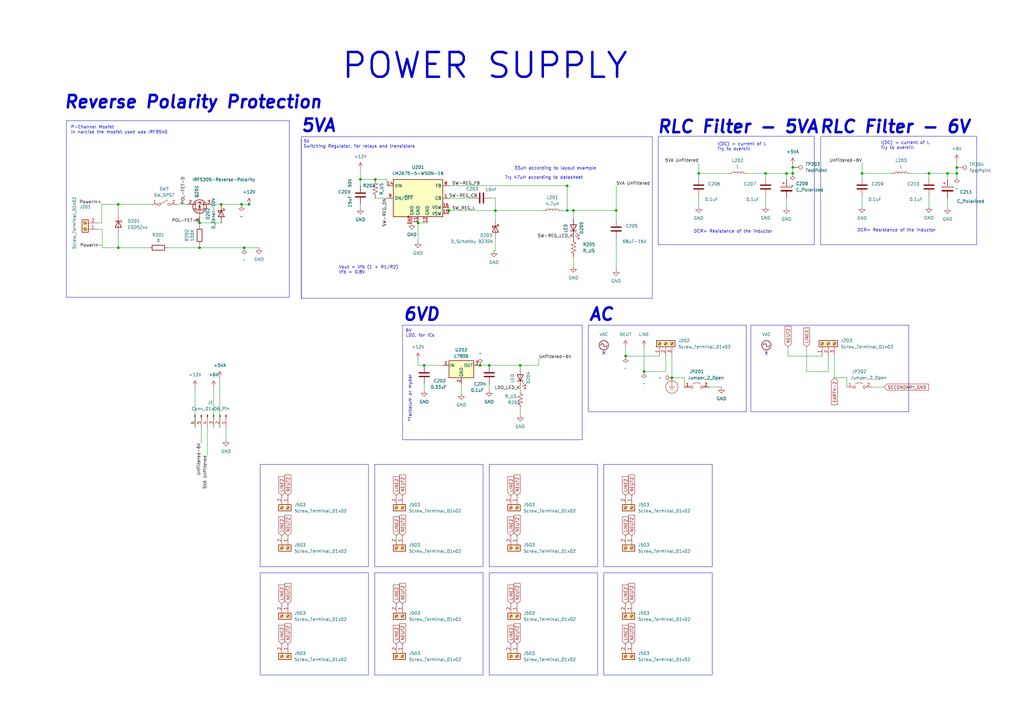
<source format=kicad_sch>
(kicad_sch (version 20230121) (generator eeschema)
  (paper "A3")
  (lib_symbols
    (symbol "Connector:Conn_01x06_Pin" (pin_names (offset 1.016) hide)
      (property "Reference" "J" (at 0 7.62 0))
      (property "Value" "Conn_01x06_Pin" (at 0 -10.16 0))
      (symbol "Conn_01x06_Pin_1_1"
        (pin passive line (at 5.08 5.08 180) (length 3.81) (name "Pin_1") (number "1"))
        (pin passive line (at 5.08 2.54 180) (length 3.81) (name "Pin_2") (number "2"))
        (pin passive line (at 5.08 0 180) (length 3.81) (name "Pin_3") (number "3"))
        (pin passive line (at 5.08 -2.54 180) (length 3.81) (name "Pin_4") (number "4"))
        (pin passive line (at 5.08 -5.08 180) (length 3.81) (name "Pin_5") (number "5"))
        (pin passive line (at 5.08 -7.62 180) (length 3.81) (name "Pin_6") (number "6"))
      )
    )
    (symbol "Connector:Screw_Terminal_01x02" (pin_names (offset 1.016) hide)
      (property "Reference" "J" (at 0 2.54 0))
      (property "Value" "Screw_Terminal_01x02" (at 0 -5.08 0))
      (symbol "Screw_Terminal_01x02_1_1"
        (pin passive line (at -5.08 0 0) (length 3.81) (name "Pin_1") (number "1"))
        (pin passive line (at -5.08 -2.54 0) (length 3.81) (name "Pin_2") (number "2"))
      )
    )
    (symbol "Connector:Screw_Terminal_01x03" (pin_names (offset 1.016) hide)
      (property "Reference" "J" (at 0 5.08 0))
      (property "Value" "Screw_Terminal_01x03" (at 0 -5.08 0))
      (symbol "Screw_Terminal_01x03_1_1"
        (pin passive line (at -5.08 2.54 0) (length 3.81) (name "Pin_1") (number "1"))
        (pin passive line (at -5.08 0 0) (length 3.81) (name "Pin_2") (number "2"))
        (pin passive line (at -5.08 -2.54 0) (length 3.81) (name "Pin_3") (number "3"))
      )
    )
    (symbol "Connector:TestPoint" (pin_numbers hide) (pin_names (offset 0.762) hide)
      (property "Reference" "TP" (at 0 6.858 0))
      (property "Value" "TestPoint" (at 0 5.08 0))
      (symbol "TestPoint_1_1"
        (pin passive line (at 0 0 90) (length 2.54) (name "1") (number "1"))
      )
    )
    (symbol "Device:C" (pin_numbers hide) (pin_names (offset 0.254))
      (property "Reference" "C" (at 0.635 2.54 0))
      (property "Value" "C" (at 0.635 -2.54 0))
      (symbol "C_1_1"
        (pin passive line (at 0 3.81 270) (length 2.794) (name "~") (number "1"))
        (pin passive line (at 0 -3.81 90) (length 2.794) (name "~") (number "2"))
      )
    )
    (symbol "Device:C_Polarized" (pin_numbers hide) (pin_names (offset 0.254))
      (property "Reference" "C" (at 0.635 2.54 0))
      (property "Value" "C_Polarized" (at 0.635 -2.54 0))
      (symbol "C_Polarized_1_1"
        (pin passive line (at 0 3.81 270) (length 2.794) (name "~") (number "1"))
        (pin passive line (at 0 -3.81 90) (length 2.794) (name "~") (number "2"))
      )
    )
    (symbol "Device:D_Schottky" (pin_numbers hide) (pin_names (offset 1.016) hide)
      (property "Reference" "D" (at 0 2.54 0))
      (property "Value" "D_Schottky" (at 0 -2.54 0))
      (symbol "D_Schottky_1_1"
        (pin passive line (at -3.81 0 0) (length 2.54) (name "K") (number "1"))
        (pin passive line (at 3.81 0 180) (length 2.54) (name "A") (number "2"))
      )
    )
    (symbol "Device:L" (pin_numbers hide) (pin_names (offset 1.016) hide)
      (property "Reference" "L" (at -1.27 0 90))
      (property "Value" "L" (at 1.905 0 90))
      (symbol "L_1_1"
        (pin passive line (at 0 3.81 270) (length 1.27) (name "1") (number "1"))
        (pin passive line (at 0 -3.81 90) (length 1.27) (name "2") (number "2"))
      )
    )
    (symbol "Device:LED" (pin_numbers hide) (pin_names (offset 1.016) hide)
      (property "Reference" "D" (at 0 2.54 0))
      (property "Value" "LED" (at 0 -2.54 0))
      (symbol "LED_1_1"
        (pin passive line (at -3.81 0 0) (length 2.54) (name "K") (number "1"))
        (pin passive line (at 3.81 0 180) (length 2.54) (name "A") (number "2"))
      )
    )
    (symbol "Device:R" (pin_numbers hide) (pin_names (offset 0))
      (property "Reference" "R" (at 2.032 0 90))
      (property "Value" "R" (at 0 0 90))
      (symbol "R_1_1"
        (pin passive line (at 0 3.81 270) (length 1.27) (name "~") (number "1"))
        (pin passive line (at 0 -3.81 90) (length 1.27) (name "~") (number "2"))
      )
    )
    (symbol "Device:R_US" (pin_numbers hide) (pin_names (offset 0))
      (property "Reference" "R" (at 2.54 0 90))
      (property "Value" "R_US" (at -2.54 0 90))
      (symbol "R_US_1_1"
        (pin passive line (at 0 3.81 270) (length 1.27) (name "~") (number "1"))
        (pin passive line (at 0 -3.81 90) (length 1.27) (name "~") (number "2"))
      )
    )
    (symbol "Diode:ESD5Zxx" (pin_numbers hide) (pin_names hide)
      (property "Reference" "D" (at 0 2.54 0))
      (property "Value" "ESD5Zxx" (at 0 -2.54 0))
      (symbol "ESD5Zxx_1_1"
        (pin passive line (at -3.81 0 0) (length 2.54) (name "K") (number "1"))
        (pin passive line (at 3.81 0 180) (length 2.54) (name "A") (number "2"))
      )
    )
    (symbol "Jumper:Jumper_2_Open" (pin_names (offset 0) hide)
      (property "Reference" "JP" (at 0 2.794 0))
      (property "Value" "Jumper_2_Open" (at 0 -2.286 0))
      (symbol "Jumper_2_Open_1_1"
        (pin passive line (at -5.08 0 0) (length 2.54) (name "A") (number "1"))
        (pin passive line (at 5.08 0 180) (length 2.54) (name "B") (number "2"))
      )
    )
    (symbol "Private Parts:LM2675-5-WSON-16"
      (property "Reference" "U201" (at 0 12.7 0))
      (property "Value" "LM2675-5-WSON-16" (at 0 10.16 0))
      (symbol "LM2675-5-WSON-16_1_1"
        (pin input line (at 12.7 0 180) (length 2.54) (name "CB") (number "1"))
        (pin no_connect line (at -10.16 -17.78 0) (length 2.54) hide (name "NC") (number "10"))
        (pin power_in line (at 0 -10.16 90) (length 2.54) (name "GND") (number "11"))
        (pin power_in line (at 3.81 -10.16 90) (length 2.54) (name "GND") (number "12"))
        (pin no_connect line (at -10.16 -20.32 0) (length 2.54) hide (name "NC") (number "13"))
        (pin power_in line (at -12.7 5.08 0) (length 2.54) (name "VIN") (number "14"))
        (pin output line (at 12.7 -6.35 180) (length 2.54) (name "VSW") (number "15"))
        (pin output line (at 12.7 -3.81 180) (length 2.54) (name "VSW") (number "16"))
        (pin no_connect line (at -10.16 -2.54 0) (length 2.54) hide (name "NC") (number "2"))
        (pin no_connect line (at -10.16 -5.08 0) (length 2.54) hide (name "NC") (number "3"))
        (pin no_connect line (at -10.16 -7.62 0) (length 2.54) hide (name "NC") (number "4"))
        (pin no_connect line (at -10.16 -10.16 0) (length 2.54) hide (name "NC") (number "5"))
        (pin no_connect line (at -10.16 -12.7 0) (length 2.54) hide (name "NC") (number "6"))
        (pin no_connect line (at -10.16 -15.24 0) (length 2.54) hide (name "NC") (number "7"))
        (pin input line (at 12.7 5.08 180) (length 2.54) (name "FB") (number "8"))
        (pin input line (at -12.7 0 0) (length 2.54) (name "ON/~{OFF}") (number "9"))
        (pin power_in line (at -2.54 -10.16 90) (length 2.54) (name "GND") (number "DAP"))
      )
    )
    (symbol "Regulator_Linear:L7806" (pin_names (offset 0.254))
      (property "Reference" "U" (at -3.81 3.175 0))
      (property "Value" "L7806" (at 0 3.175 0))
      (symbol "L7806_1_1"
        (pin power_in line (at -7.62 0 0) (length 2.54) (name "IN") (number "1"))
        (pin power_in line (at 0 -7.62 90) (length 2.54) (name "GND") (number "2"))
        (pin power_out line (at 7.62 0 180) (length 2.54) (name "OUT") (number "3"))
      )
    )
    (symbol "Switch:SW_SPST" (pin_names (offset 0) hide)
      (property "Reference" "SW" (at 0 3.175 0))
      (property "Value" "SW_SPST" (at 0 -2.54 0))
      (symbol "SW_SPST_1_1"
        (pin passive line (at -5.08 0 0) (length 2.54) (name "A") (number "1"))
        (pin passive line (at 5.08 0 180) (length 2.54) (name "B") (number "2"))
      )
    )
    (symbol "ariadne-rescue:IRF5305-Reverse-Polarity-ariadne" (pin_names hide)
      (property "Reference" "Q" (at 3.81 1.905 0))
      (property "Value" "IRF5305-Reverse-Polarity-ariadne" (at 3.81 0 0))
      (symbol "IRF5305-Reverse-Polarity-ariadne_1_1"
        (pin passive line (at -6.35 0 0) (length 2.54) (name "G") (number "1"))
        (pin output line (at 1.27 5.08 270) (length 2.54) (name "D") (number "2"))
        (pin input line (at 1.27 -5.08 90) (length 2.54) (name "S") (number "3"))
      )
    )
    (symbol "power:+12V" (power) (pin_names (offset 0))
      (property "Value" "+12V" (at 0 3.556 0))
      (symbol "+12V_1_1"
        (pin power_in line (at 0 0 90) (length 0) hide (name "+12V") (number "1"))
      )
    )
    (symbol "power:+5VA" (power) (pin_names (offset 0))
      (property "Value" "+5VA" (at 0 3.556 0))
      (symbol "+5VA_1_1"
        (pin power_in line (at 0 0 90) (length 0) hide (name "+5VA") (number "1"))
      )
    )
    (symbol "power:+6V" (power) (pin_names (offset 0))
      (property "Value" "+6V" (at 0 3.556 0))
      (symbol "+6V_1_1"
        (pin power_in line (at 0 0 90) (length 0) hide (name "+6V") (number "1"))
      )
    )
    (symbol "power:Earth_Protective" (power) (pin_names (offset 0))
      (symbol "Earth_Protective_1_1"
        (pin power_in line (at 0 0 270) (length 0) hide (name "Earth_Protective") (number "1"))
      )
    )
    (symbol "power:GND" (power) (pin_names (offset 0))
      (property "Value" "GND" (at 0 -3.81 0))
      (symbol "GND_1_1"
        (pin power_in line (at 0 0 270) (length 0) hide (name "GND") (number "1"))
      )
    )
    (symbol "power:LINE" (power) (pin_names (offset 0))
      (property "Value" "LINE" (at 0 3.81 0))
      (symbol "LINE_1_1"
        (pin power_in line (at 0 0 90) (length 0) hide (name "LINE") (number "1"))
      )
    )
    (symbol "power:NEUT" (power) (pin_names (offset 0))
      (property "Value" "NEUT" (at 0 3.81 0))
      (symbol "NEUT_1_1"
        (pin power_in line (at 0 0 90) (length 0) hide (name "NEUT") (number "1"))
      )
    )
    (symbol "power:PWR_FLAG" (power) (pin_numbers hide) (pin_names (offset 0) hide)
      (property "Value" "PWR_FLAG" (at 0 3.81 0))
      (symbol "PWR_FLAG_0_0"
        (pin power_out line (at 0 0 90) (length 0) (name "pwr") (number "1"))
      )
    )
    (symbol "power:VAC" (power) (pin_names (offset 0))
      (property "Value" "VAC" (at 0 6.35 0))
      (symbol "VAC_1_1"
        (pin power_in line (at 0 0 90) (length 0) hide (name "VAC") (number "1"))
      )
    )
  )
  (junction (at 388.62 71.12))
  (junction (at 286.5676 71.12))
  (junction (at 252.73 86.3219))
  (junction (at 392.43 71.151))
  (junction (at 100.2031 101.6))
  (junction (at 353.568 71.12))
  (junction (at 313.9996 71.12))
  (junction (at 184.15 86.36))
  (junction (at 147.828 73.5395))
  (junction (at 196.952 149.86))
  (junction (at 256.5783 146.05))
  (junction (at 48.529 101.6))
  (junction (at 81.8509 91.44))
  (junction (at 264.16 152.3819))
  (junction (at 392.43 68.7233))
  (junction (at 203.2 86.36))
  (junction (at 200.66 149.86))
  (junction (at 235.204 86.3219))
  (junction (at 381 71.12))
  (junction (at 90.7409 83.82))
  (junction (at 325.12 71.12))
  (junction (at 232.664 86.3219))
  (junction (at 173.99 149.86))
  (junction (at 48.5213 83.82))
  (junction (at 232.664 76.2))
  (junction (at 275.59 154.94))
  (junction (at 325.12 68.6212))
  (junction (at 153.924 73.6219))
  (junction (at 171.45 91.44))
  (junction (at 99.06 83.82))
  (junction (at 81.8509 101.6))
  (junction (at 213.36 149.86))
  (junction (at 102.1709 83.82))
  (junction (at 322.58 71.12))
  (no_connect (at 247.65 144.78))
  (no_connect (at 314.325 144.78))
  (wire (pts (xy 286.5676 71.12) (xy 286.5676 72.898)))
  (wire (pts (xy 203.2 86.36) (xy 203.2 81.2419)))
  (wire (pts (xy 365.76 71.12) (xy 353.568 71.12)))
  (wire (pts (xy 68.7449 101.6) (xy 81.8509 101.6)))
  (wire (pts (xy 81.8509 100.33) (xy 81.8509 101.6)))
  (wire (pts (xy 323.215 146.05) (xy 337.185 146.05)))
  (wire (pts (xy 330.835 152.4) (xy 339.725 152.4)))
  (polyline (pts (xy 267.5689 122.3518) (xy 123.7033 122.3518)))
  (wire (pts (xy 388.62 81.28) (xy 388.62 85.09)))
  (wire (pts (xy 86.9309 83.82) (xy 90.7409 83.82)))
  (polyline (pts (xy 123.6017 56.0578) (xy 267.5689 56.0578)))
  (wire (pts (xy 48.5213 83.82) (xy 62.23 83.82)))
  (wire (pts (xy 322.58 81.28) (xy 322.58 85.09)))
  (wire (pts (xy 313.9996 80.518) (xy 313.9996 84.582)))
  (wire (pts (xy 92.71 175.26) (xy 92.71 180.34)))
  (wire (pts (xy 256.54 142.24) (xy 256.54 146.05)))
  (polyline (pts (xy 270.002 100.33) (xy 270.002 55.88)))
  (wire (pts (xy 200.66 149.86) (xy 213.36 149.86)))
  (wire (pts (xy 347.345 154.94) (xy 347.345 158.75)))
  (wire (pts (xy 264.16 152.4) (xy 273.05 152.4)))
  (wire (pts (xy 392.43 71.151) (xy 392.43 72.39)))
  (polyline (pts (xy 336.55 100.33) (xy 336.55 55.88)))
  (wire (pts (xy 203.2 86.36) (xy 222.758 86.36)))
  (wire (pts (xy 235.204 86.3219) (xy 252.73 86.3219)))
  (wire (pts (xy 153.924 81.2419) (xy 158.75 81.2419)))
  (wire (pts (xy 147.828 69.3039) (xy 147.828 73.5395)))
  (wire (pts (xy 306.3796 71.12) (xy 313.9996 71.12)))
  (polyline (pts (xy 118.6809 49.53) (xy 27.2409 49.53)))
  (wire (pts (xy 357.505 158.75) (xy 362.585 158.75)))
  (wire (pts (xy 81.8509 101.6) (xy 100.2031 101.6)))
  (wire (pts (xy 325.12 67.31) (xy 325.12 68.6212)))
  (wire (pts (xy 40.0051 91.44) (xy 41.6897 91.44)))
  (wire (pts (xy 256.54 146.05) (xy 256.5783 146.05)))
  (wire (pts (xy 325.12 68.6212) (xy 325.12 71.12)))
  (wire (pts (xy 323.215 142.24) (xy 323.215 146.05)))
  (wire (pts (xy 381 80.518) (xy 381 84.582)))
  (wire (pts (xy 232.664 86.3219) (xy 235.204 86.3219)))
  (wire (pts (xy 171.45 91.44) (xy 171.45 99.06)))
  (polyline (pts (xy 336.804 55.88) (xy 400.558 55.88)))
  (wire (pts (xy 158.75 81.2419) (xy 158.75 81.28)))
  (wire (pts (xy 184.15 85.09) (xy 184.15 86.36)))
  (wire (pts (xy 280.67 154.94) (xy 280.67 158.75)))
  (wire (pts (xy 353.568 66.802) (xy 353.568 71.12)))
  (wire (pts (xy 48.5213 88.138) (xy 48.5213 83.82)))
  (wire (pts (xy 203.2 97.79) (xy 203.2 102.8319)))
  (wire (pts (xy 392.399 71.12) (xy 392.43 71.151)))
  (wire (pts (xy 80.01 158.75) (xy 80.01 175.26)))
  (wire (pts (xy 264.16 152.3819) (xy 264.16 152.4)))
  (wire (pts (xy 173.99 157.48) (xy 173.99 160.02)))
  (wire (pts (xy 275.59 154.94) (xy 280.67 154.94)))
  (wire (pts (xy 252.73 86.3219) (xy 252.73 90.1319)))
  (wire (pts (xy 184.15 76.2) (xy 232.664 76.2)))
  (wire (pts (xy 381 71.12) (xy 381 72.898)))
  (wire (pts (xy 184.15 86.36) (xy 184.15 87.63)))
  (wire (pts (xy 147.828 73.5395) (xy 147.828 76.1619)))
  (wire (pts (xy 85.09 175.26) (xy 85.09 186.69)))
  (wire (pts (xy 213.36 149.86) (xy 213.36 151.13)))
  (wire (pts (xy 203.2 81.2419) (xy 201.3257 81.2419)))
  (wire (pts (xy 196.85 149.86) (xy 196.952 149.86)))
  (polyline (pts (xy 123.6017 57.0738) (xy 123.6017 122.4534)))
  (wire (pts (xy 41.6897 83.82) (xy 48.5213 83.82)))
  (polyline (pts (xy 27.2409 49.53) (xy 27.2409 121.92)))
  (polyline (pts (xy 334.01 100.33) (xy 270.002 100.33)))
  (wire (pts (xy 213.36 158.75) (xy 213.36 160.02)))
  (wire (pts (xy 171.45 91.44) (xy 175.26 91.44)))
  (wire (pts (xy 193.7057 81.28) (xy 193.7057 81.2419)))
  (wire (pts (xy 41.9729 101.6) (xy 48.529 101.6)))
  (wire (pts (xy 264.16 142.24) (xy 264.16 152.3819)))
  (wire (pts (xy 90.17 154.94) (xy 90.17 175.26)))
  (wire (pts (xy 72.39 83.82) (xy 76.7709 83.82)))
  (wire (pts (xy 184.15 86.36) (xy 203.2 86.36)))
  (wire (pts (xy 313.9996 71.12) (xy 322.58 71.12)))
  (wire (pts (xy 158.75 73.6219) (xy 158.75 76.2)))
  (wire (pts (xy 220.98 147.32) (xy 220.98 149.86)))
  (polyline (pts (xy 270.256 55.88) (xy 334.01 55.88)))
  (wire (pts (xy 100.2031 101.6) (xy 106.2286 101.6)))
  (wire (pts (xy 99.06 83.82) (xy 102.1709 83.82)))
  (polyline (pts (xy 334.01 55.88) (xy 334.01 100.33)))
  (polyline (pts (xy 123.6017 122.4534) (xy 123.6017 56.0578)))
  (polyline (pts (xy 400.558 55.88) (xy 400.558 100.33)))
  (wire (pts (xy 196.952 149.86) (xy 200.66 149.86)))
  (wire (pts (xy 342.265 154.94) (xy 347.345 154.94)))
  (wire (pts (xy 256.5783 146.05) (xy 270.51 146.05)))
  (wire (pts (xy 173.99 149.86) (xy 181.61 149.86)))
  (wire (pts (xy 290.83 158.75) (xy 295.91 158.75)))
  (wire (pts (xy 41.9729 93.98) (xy 41.9729 101.6)))
  (wire (pts (xy 273.05 146.05) (xy 273.05 152.4)))
  (wire (pts (xy 213.36 167.64) (xy 213.36 170.18)))
  (wire (pts (xy 189.23 157.48) (xy 189.23 161.29)))
  (wire (pts (xy 353.568 80.518) (xy 353.568 84.6721)))
  (polyline (pts (xy 123.7033 122.3518) (xy 123.7033 122.4026)))
  (wire (pts (xy 388.62 71.12) (xy 392.399 71.12)))
  (wire (pts (xy 153.924 73.6219) (xy 147.9104 73.6219)))
  (wire (pts (xy 388.62 71.12) (xy 388.62 73.66)))
  (wire (pts (xy 102.1709 83.82) (xy 102.2351 83.82)))
  (wire (pts (xy 392.43 66.04) (xy 392.43 68.7233)))
  (wire (pts (xy 200.66 157.48) (xy 200.66 160.02)))
  (wire (pts (xy 87.63 158.75) (xy 87.63 175.26)))
  (wire (pts (xy 373.38 71.12) (xy 381 71.12)))
  (wire (pts (xy 203.2 86.36) (xy 203.2 90.17)))
  (wire (pts (xy 82.55 175.26) (xy 82.55 181.61)))
  (wire (pts (xy 213.36 149.86) (xy 220.98 149.86)))
  (wire (pts (xy 252.73 76.2) (xy 252.73 86.3219)))
  (wire (pts (xy 230.378 86.3219) (xy 232.664 86.3219)))
  (wire (pts (xy 147.828 83.7819) (xy 147.828 85.3059)))
  (polyline (pts (xy 267.5689 56.0578) (xy 267.5689 122.3518)))
  (wire (pts (xy 232.664 76.1619) (xy 232.664 76.2)))
  (wire (pts (xy 147.9104 73.6219) (xy 147.828 73.5395)))
  (wire (pts (xy 203.2 102.8319) (xy 202.5957 102.8319)))
  (wire (pts (xy 298.7596 71.12) (xy 286.5676 71.12)))
  (polyline (pts (xy 27.2409 121.92) (xy 118.6809 121.92)))
  (wire (pts (xy 330.835 142.24) (xy 330.835 152.4)))
  (wire (pts (xy 90.7409 91.44) (xy 81.8509 91.44)))
  (wire (pts (xy 48.529 101.6) (xy 61.1249 101.6)))
  (wire (pts (xy 235.204 97.2439) (xy 235.204 97.7519)))
  (wire (pts (xy 252.73 97.7519) (xy 252.73 110.49)))
  (polyline (pts (xy 400.558 100.33) (xy 336.55 100.33)))
  (wire (pts (xy 171.45 149.86) (xy 173.99 149.86)))
  (wire (pts (xy 286.5676 66.802) (xy 286.5676 71.12)))
  (wire (pts (xy 339.725 146.05) (xy 339.725 152.4)))
  (wire (pts (xy 392.43 68.7233) (xy 392.43 71.151)))
  (wire (pts (xy 41.6897 83.82) (xy 41.6897 91.44)))
  (wire (pts (xy 235.204 105.3719) (xy 235.204 109.1819)))
  (wire (pts (xy 171.45 147.32) (xy 171.45 149.86)))
  (wire (pts (xy 48.5213 95.758) (xy 48.5213 101.5923)))
  (wire (pts (xy 322.58 71.12) (xy 322.58 73.66)))
  (wire (pts (xy 232.664 76.2) (xy 232.664 86.3219)))
  (wire (pts (xy 275.59 146.05) (xy 275.59 154.94)))
  (wire (pts (xy 353.568 71.12) (xy 353.568 72.898)))
  (wire (pts (xy 381 71.12) (xy 388.62 71.12)))
  (wire (pts (xy 40.0051 93.98) (xy 41.9729 93.98)))
  (wire (pts (xy 235.204 86.3219) (xy 235.204 89.6239)))
  (wire (pts (xy 222.758 86.36) (xy 222.758 86.3219)))
  (wire (pts (xy 90.7409 83.82) (xy 99.06 83.82)))
  (wire (pts (xy 153.924 73.6219) (xy 158.75 73.6219)))
  (polyline (pts (xy 118.6809 121.92) (xy 118.6809 49.53)))
  (wire (pts (xy 286.5676 80.518) (xy 286.5676 84.6721)))
  (wire (pts (xy 184.15 81.28) (xy 193.7057 81.28)))
  (wire (pts (xy 81.8509 92.71) (xy 81.8509 91.44)))
  (wire (pts (xy 342.265 146.05) (xy 342.265 154.94)))
  (wire (pts (xy 48.5213 101.5923) (xy 48.529 101.6)))
  (wire (pts (xy 322.58 71.12) (xy 325.12 71.12)))
  (wire (pts (xy 313.9996 71.12) (xy 313.9996 72.898)))
  (rectangle (start 247.65 234.95) (end 292.1 276.86))
  (rectangle (start 200.66 190.5) (end 245.11 232.41))
  (rectangle (start 106.68 234.95) (end 151.13 276.86))
  (rectangle (start 165.1 133.35) (end 238.76 180.34))
  (rectangle (start 153.67 190.5) (end 198.12 232.41))
  (rectangle (start 106.68 190.5) (end 151.13 232.41))
  (rectangle (start 247.65 190.5) (end 292.1 232.41))
  (rectangle (start 307.975 133.35) (end 372.745 168.91))
  (rectangle (start 200.66 234.95) (end 245.11 276.86))
  (rectangle (start 153.67 234.95) (end 198.12 276.86))
  (rectangle (start 241.3 133.35) (end 306.07 168.91))
  (text "Vout = Vfb (1 + R1/R2)\nVfb = 0.8V" (at 138.938 112.475 0) (effects (font (size 1.27 1.27)) (justify left bottom)))
  (text "I(DC) = current of L\nTry to overkill" (at 361.188 61.468 0) (effects (font (size 1.27 1.27)) (justify left bottom)))
  (text "POWER SUPPLY" (at 139.7 33.02 0) (effects (font (size 10.16 10.16) (thickness 1.016) bold) (justify left bottom)))
  (text "RLC Filter - 6V" (at 335.788 55.118 0) (effects (font (size 5.08 5.08) (thickness 1.016) bold italic) (justify left bottom)))
  (text "AC" (at 241.3 132.08 0) (effects (font (size 5.08 5.08) (thickness 1.016) bold italic) (justify left bottom)))
  (text "Reverse Polarity Protection" (at 25.9709 44.958 0) (effects (font (size 5.08 5.08) (thickness 1.016) bold italic) (justify left bottom)))
  (text "DCR= Resistance of the inductor" (at 351.536 95.25 0) (effects (font (size 1.27 1.27)) (justify left bottom)))
  (text "33uH according to layout example" (at 210.82 69.85 0) (effects (font (size 1.27 1.27)) (justify left bottom)))
  (text "Try 47uH according to datasheet" (at 207.01 73.66 0) (effects (font (size 1.27 1.27)) (justify left bottom)))
  (text "5VA" (at 123.19 54.61 0) (effects (font (size 5.08 5.08) (thickness 1.016) bold italic) (justify left bottom)))
  (text "5V\nSwitching Regulator, for relays and transistors" (at 124.4653 60.8838 0) (effects (font (size 1.27 1.27)) (justify left bottom)))
  (text "RLC Filter - 5VA" (at 269.24 55.118 0) (effects (font (size 5.08 5.08) (thickness 1.016) bold italic) (justify left bottom)))
  (text "I(DC) = current of L\nTry to overkill" (at 294.1876 61.976 0) (effects (font (size 1.27 1.27)) (justify left bottom)))
  (text "DCR= Resistance of the inductor" (at 284.5356 95.758 0) (effects (font (size 1.27 1.27)) (justify left bottom)))
  (text "P-Channel Mosfet\nIn narcise the mosfet used was IRF9540" (at 29.0189 55.0485 0) (effects (font (size 1.27 1.27)) (justify left bottom)))
  (text "6VD" (at 165.1 132.08 0) (effects (font (size 5.08 5.08) (thickness 1.016) bold italic) (justify left bottom)))
  (text "*Tantalum or mydar" (at 168.91 153.67 90) (effects (font (size 1.27 1.27)) (justify right bottom)))
  (text "6V\nLDO, for ICs" (at 166.37 138.43 0) (effects (font (size 1.27 1.27)) (justify left bottom)))
  (label "PowerIn+" (at 41.6897 83.82 180))
  (label "SW-REG_CB" (at 184.15 81.28 0))
  (label "POL-FET-D" (at 76.0765 83.82 90))
  (label "Unfiltered-6V" (at 82.55 181.61 270))
  (label "SW_REG_L" (at 185.4603 86.36 0))
  (label "LDO_LED_K" (at 213.36 160.02 180))
  (label "Unfiltered-6V" (at 220.98 147.32 0))
  (label "SW-REG_FB" (at 185.42 76.2 0))
  (label "POL-FET-G" (at 81.8509 91.44 180))
  (label "5VA Unfiltered" (at 85.09 186.69 270))
  (label "PowerIn-" (at 41.9729 101.6 180))
  (label "5VA Unfiltered" (at 252.73 76.2 0))
  (label "5VA Unfiltered" (at 286.5676 66.802 180))
  (label "SW-REG_LED_K" (at 235.204 97.7519 180))
  (label "Unfiltered-6V" (at 353.568 66.802 180))
  (label "SW-REG_ON" (at 158.75 81.28 270))
  (global_label "LINE2" (shape input) (at 256.54 219.71 90) (property "Intersheetrefs" "${INTERSHEET_REFS}" (effects hide)))
  (global_label "NEUT2" (shape input) (at 212.09 264.16 90) (property "Intersheetrefs" "${INTERSHEET_REFS}" (effects hide)))
  (global_label "LINE2" (shape input) (at 209.55 264.16 90) (property "Intersheetrefs" "${INTERSHEET_REFS}" (effects hide)))
  (global_label "LINE2" (shape input) (at 115.57 247.65 90) (property "Intersheetrefs" "${INTERSHEET_REFS}" (effects hide)))
  (global_label "NEUT2" (shape input) (at 212.09 203.2 90) (property "Intersheetrefs" "${INTERSHEET_REFS}" (effects hide)))
  (global_label "SECONDARY_GND" (shape input) (at 362.585 158.75 0) (property "Intersheetrefs" "${INTERSHEET_REFS}" (effects hide)))
  (global_label "NEUT2" (shape input) (at 259.08 264.16 90) (property "Intersheetrefs" "${INTERSHEET_REFS}" (effects hide)))
  (global_label "LINE2" (shape input) (at 162.56 219.71 90) (property "Intersheetrefs" "${INTERSHEET_REFS}" (effects hide)))
  (global_label "LINE2" (shape input) (at 115.57 264.16 90) (property "Intersheetrefs" "${INTERSHEET_REFS}" (effects hide)))
  (global_label "LINE2" (shape input) (at 256.54 264.16 90) (property "Intersheetrefs" "${INTERSHEET_REFS}" (effects hide)))
  (global_label "NEUT2" (shape input) (at 259.08 247.65 90) (property "Intersheetrefs" "${INTERSHEET_REFS}" (effects hide)))
  (global_label "LINE2" (shape input) (at 256.54 203.2 90) (property "Intersheetrefs" "${INTERSHEET_REFS}" (effects hide)))
  (global_label "LINE2" (shape input) (at 162.56 203.2 90) (property "Intersheetrefs" "${INTERSHEET_REFS}" (effects hide)))
  (global_label "LINE2" (shape input) (at 162.56 264.16 90) (property "Intersheetrefs" "${INTERSHEET_REFS}" (effects hide)))
  (global_label "NEUT2" (shape input) (at 118.11 247.65 90) (property "Intersheetrefs" "${INTERSHEET_REFS}" (effects hide)))
  (global_label "NEUT2" (shape input) (at 165.1 264.16 90) (property "Intersheetrefs" "${INTERSHEET_REFS}" (effects hide)))
  (global_label "LINE2" (shape input) (at 162.56 247.65 90) (property "Intersheetrefs" "${INTERSHEET_REFS}" (effects hide)))
  (global_label "LINE2" (shape input) (at 256.54 247.65 90) (property "Intersheetrefs" "${INTERSHEET_REFS}" (effects hide)))
  (global_label "NEUT2" (shape input) (at 212.09 247.65 90) (property "Intersheetrefs" "${INTERSHEET_REFS}" (effects hide)))
  (global_label "LINE2" (shape input) (at 209.55 247.65 90) (property "Intersheetrefs" "${INTERSHEET_REFS}" (effects hide)))
  (global_label "NEUT2" (shape input) (at 212.09 219.71 90) (property "Intersheetrefs" "${INTERSHEET_REFS}" (effects hide)))
  (global_label "NEUT2" (shape input) (at 323.215 142.24 90) (property "Intersheetrefs" "${INTERSHEET_REFS}" (effects hide)))
  (global_label "LINE2" (shape input) (at 115.57 203.2 90) (property "Intersheetrefs" "${INTERSHEET_REFS}" (effects hide)))
  (global_label "LINE2" (shape input) (at 330.835 142.24 90) (property "Intersheetrefs" "${INTERSHEET_REFS}" (effects hide)))
  (global_label "NEUT2" (shape input) (at 118.11 203.2 90) (property "Intersheetrefs" "${INTERSHEET_REFS}" (effects hide)))
  (global_label "NEUT2" (shape input) (at 118.11 219.71 90) (property "Intersheetrefs" "${INTERSHEET_REFS}" (effects hide)))
  (global_label "NEUT2" (shape input) (at 165.1 247.65 90) (property "Intersheetrefs" "${INTERSHEET_REFS}" (effects hide)))
  (global_label "LINE2" (shape input) (at 209.55 203.2 90) (property "Intersheetrefs" "${INTERSHEET_REFS}" (effects hide)))
  (global_label "NEUT2" (shape input) (at 118.11 264.16 90) (property "Intersheetrefs" "${INTERSHEET_REFS}" (effects hide)))
  (global_label "LINE2" (shape input) (at 209.55 219.71 90) (property "Intersheetrefs" "${INTERSHEET_REFS}" (effects hide)))
  (global_label "EARTH-2" (shape input) (at 342.265 154.94 270) (property "Intersheetrefs" "${INTERSHEET_REFS}" (effects hide)))
  (global_label "NEUT2" (shape input) (at 259.08 219.71 90) (property "Intersheetrefs" "${INTERSHEET_REFS}" (effects hide)))
  (global_label "NEUT2" (shape input) (at 259.08 203.2 90) (property "Intersheetrefs" "${INTERSHEET_REFS}" (effects hide)))
  (global_label "NEUT2" (shape input) (at 165.1 219.71 90) (property "Intersheetrefs" "${INTERSHEET_REFS}" (effects hide)))
  (global_label "NEUT2" (shape input) (at 165.1 203.2 90) (property "Intersheetrefs" "${INTERSHEET_REFS}" (effects hide)))
  (global_label "LINE2" (shape input) (at 115.57 219.71 90) (property "Intersheetrefs" "${INTERSHEET_REFS}" (effects hide)))
  (symbol (lib_id "Jumper:Jumper_2_Open") (at 352.425 158.75 0) (unit 1)
    (property "Reference" "JP202" (at 352.425 152.4 0))
    (property "Value" "Jumper_2_Open" (at 356.235 154.94 0))
    (property "Footprint" "Connector_PinHeader_2.54mm:PinHeader_1x02_P2.54mm_Vertical" (effects hide))
  )
  (symbol (lib_id "power:+12V") (at 171.45 147.32 0) (unit 1)
    (property "Reference" "#PWR0207" (effects hide))
    (property "Value" "+12V" (at 171.45 142.24 0))
  )
  (symbol (lib_id "Device:L") (at 369.57 71.12 90) (unit 1)
    (property "Reference" "L203" (at 369.57 65.8156 90))
    (property "Value" "L" (at 369.57 68.3556 90))
    (property "Footprint" "Inductor_SMD:L_Wuerth_MAPI-3015" (effects hide))
    (property "Manufacturer_PN" "0640CDMCCDS-R15MC" (effects hide))
    (property "Digi-Key_PN" "308-0640CDMCCDS-R15MCCT-ND" (effects hide))
  )
  (symbol (lib_id "Device:C") (at 381 76.708 0) (mirror y) (unit 1)
    (property "Reference" "C210" (at 377.19 75.4379 0) (effects (justify left)))
    (property "Value" "0.1uF" (at 378.46 81.788 0) (effects (justify left)))
    (property "Footprint" "Capacitor_SMD:C_1206_3216Metric_Pad1.33x1.80mm_HandSolder" (effects hide))
    (property "Digi-Key_PN" "1276-1017-1-ND" (effects hide))
    (property "Manufacturer_PN" "CL31B104KBCNNNC" (effects hide))
  )
  (symbol (lib_id "Device:C_Polarized") (at 388.62 77.47 0) (unit 1)
    (property "Reference" "C211" (at 393.7 78.74 0) (effects (justify left)))
    (property "Value" "C_Polarized" (at 392.43 82.55 0) (effects (justify left)))
    (property "Footprint" "Capacitor_SMD:CP_Elec_10x12.6" (effects hide))
    (property "Digi-Key_PN" "399-A781MS567M1ELAV022TR-ND" (effects hide))
  )
  (symbol (lib_id "power:PWR_FLAG") (at 392.43 72.39 180) (unit 1)
    (property "Reference" "#FLG0210" (effects hide))
    (property "Value" "~" (at 392.43 77.3478 0))
  )
  (symbol (lib_id "power:GND") (at 202.5957 102.8319 0) (unit 1)
    (property "Reference" "#PWR0211" (effects hide))
    (property "Value" "GND" (at 202.5957 107.6071 0))
  )
  (symbol (lib_id "Device:D_Schottky") (at 90.7409 87.63 270) (unit 1)
    (property "Reference" "D202" (at 85.2291 87.63 0))
    (property "Value" "D_Zener-10V" (at 87.5405 87.63 0))
    (property "Footprint" "Diode_SMD:D_SOD-123" (effects hide))
    (property "Digi-Key_PN" "BZT52C10-TPMSCT-ND" (effects hide))
    (property "Manufacturer_PN" "BZT52C10-TP" (effects hide))
  )
  (symbol (lib_id "Connector:Screw_Terminal_01x02") (at 118.11 224.79 270) (unit 1)
    (property "Reference" "J503" (at 120.65 223.52 90) (effects (justify left)))
    (property "Value" "Screw_Terminal_01x02" (at 120.65 226.06 90) (effects (justify left)))
    (property "Footprint" "TerminalBlock_WAGO:TerminalBlock_WAGO_236-402_1x02_P5.00mm_45Degree" (effects hide))
    (property "Digi-Key_PN" "2946-236-401-ND" (effects hide))
    (instances (project "JL" (path "" (reference "J503") (unit 1)) (path "" (reference "J3") (unit 1))))
  )
  (symbol (lib_id "power:+5VA") (at 90.17 154.94 0) (unit 1)
    (property "Reference" "#PWR06" (effects hide))
    (property "Value" "+5VA" (at 90.17 149.86 0))
  )
  (symbol (lib_id "power:+6V") (at 392.43 66.04 0) (unit 1)
    (property "Reference" "#PWR0232" (effects hide))
    (property "Value" "+6V" (at 392.43 60.96 0))
  )
  (symbol (lib_id "power:PWR_FLAG") (at 100.2031 101.6 180) (unit 1)
    (property "Reference" "#FLG0202" (effects hide))
    (property "Value" "~" (at 100.2031 106.5578 0))
  )
  (symbol (lib_id "power:Earth_Protective") (at 275.59 154.94 0) (unit 1)
    (property "Reference" "#PWR0218" (effects hide))
    (property "Value" "Earth_Protective" (effects hide))
  )
  (symbol (lib_id "power:VAC") (at 314.325 144.78 0) (unit 1)
    (property "Reference" "#PWR0222" (effects hide))
    (property "Value" "VAC" (at 314.325 137.16 0))
  )
  (symbol (lib_id "Connector:Screw_Terminal_01x02") (at 165.1 208.28 270) (unit 1)
    (property "Reference" "J503" (at 167.64 207.01 90) (effects (justify left)))
    (property "Value" "Screw_Terminal_01x02" (at 167.64 209.55 90) (effects (justify left)))
    (property "Footprint" "TerminalBlock_WAGO:TerminalBlock_WAGO_236-402_1x02_P5.00mm_45Degree" (effects hide))
    (property "Digi-Key_PN" "2946-236-401-ND" (effects hide))
    (instances (project "JL" (path "" (reference "J503") (unit 1)) (path "" (reference "J4") (unit 1))))
  )
  (symbol (lib_id "power:GND") (at 235.204 109.1819 0) (unit 1)
    (property "Reference" "#PWR0213" (effects hide))
    (property "Value" "GND" (at 235.204 113.9571 0))
  )
  (symbol (lib_id "power:GND") (at 381 84.582 0) (unit 1)
    (property "Reference" "#PWR0230" (effects hide))
    (property "Value" "GND" (at 381 89.3572 0))
  )
  (symbol (lib_id "Device:C") (at 173.99 153.67 0) (unit 1)
    (property "Reference" "C202" (at 177.8 156.21 0) (effects (justify left)))
    (property "Value" "0.33uF" (at 176.53 158.75 0) (effects (justify left)))
    (property "Footprint" "Capacitor_SMD:C_1206_3216Metric_Pad1.33x1.80mm_HandSolder" (effects hide))
    (property "Digi-Key_PN" "338-2775-2-ND" (effects hide))
  )
  (symbol (lib_id "power:VAC") (at 247.65 144.78 0) (unit 1)
    (property "Reference" "#PWR0214" (effects hide))
    (property "Value" "VAC" (at 247.65 137.16 0))
  )
  (symbol (lib_id "ariadne-rescue:IRF5305-Reverse-Polarity-ariadne") (at 81.8509 85.09 90) (unit 1)
    (property "Reference" "Q201" (at 80.6825 81.153 0) (effects (justify left)))
    (property "Value" "IRF5305-Reverse-Polarity" (at 104.7109 73.66 90) (effects (justify left)))
    (property "Footprint" "Package_TO_SOT_SMD:TO-263-3_TabPin2" (effects hide))
    (property "Datasheet" "http://www.irf.com/product-info/datasheets/data/irf7606pbf.pdf" (effects hide))
    (property "Digi-Key_PN" "IRF5305STRLPBFCT-ND" (effects hide))
    (property "Manufacturer_PN" "IRF5305STRLPBF" (effects hide))
  )
  (symbol (lib_id "power:+6V") (at 87.63 158.75 0) (unit 1)
    (property "Reference" "#PWR05" (effects hide))
    (property "Value" "+6V" (at 87.63 153.67 0))
  )
  (symbol (lib_id "Connector:Screw_Terminal_01x02") (at 212.09 224.79 270) (unit 1)
    (property "Reference" "J503" (at 214.63 223.52 90) (effects (justify left)))
    (property "Value" "Screw_Terminal_01x02" (at 214.63 226.06 90) (effects (justify left)))
    (property "Footprint" "TerminalBlock_WAGO:TerminalBlock_WAGO_236-402_1x02_P5.00mm_45Degree" (effects hide))
    (property "Digi-Key_PN" "2946-236-401-ND" (effects hide))
    (instances (project "JL" (path "" (reference "J503") (unit 1)) (path "" (reference "J7") (unit 1))))
  )
  (symbol (lib_id "Device:R_US") (at 213.36 163.83 180) (unit 1)
    (property "Reference" "R204" (at 208.28 165.1 0) (effects (justify right)))
    (property "Value" "R_US" (at 207.01 162.56 0) (effects (justify right)))
    (property "Footprint" "Resistor_SMD:R_1206_3216Metric" (effects hide))
    (property "Digi-Key_PN" "RMCF1206JT2K20TR-ND" (effects hide))
  )
  (symbol (lib_id "Device:R") (at 64.9349 101.6 270) (unit 1)
    (property "Reference" "R201" (at 64.9349 96.3422 90))
    (property "Value" "0" (at 64.9349 98.6536 90))
    (property "Footprint" "Resistor_SMD:R_1206_3216Metric" (effects hide))
    (property "Digi-Key_PN" "RMCF1206ZT0R00CT-ND" (effects hide))
    (property "Manufacturer_PN" "RMCF1206ZT0R00" (effects hide))
  )
  (symbol (lib_id "power:GND") (at 173.99 160.02 0) (unit 1)
    (property "Reference" "#PWR0208" (effects hide))
    (property "Value" "GND" (at 173.99 164.7952 0))
  )
  (symbol (lib_id "Device:C") (at 200.66 153.67 0) (unit 1)
    (property "Reference" "C204" (at 194.31 157.48 0) (effects (justify left)))
    (property "Value" "0.1uF" (at 193.04 160.02 0) (effects (justify left)))
    (property "Footprint" "Capacitor_SMD:C_1206_3216Metric_Pad1.33x1.80mm_HandSolder" (effects hide))
    (property "Digi-Key_PN" "399-3676-2-ND" (effects hide))
  )
  (symbol (lib_id "Connector:Screw_Terminal_01x02") (at 259.08 208.28 270) (unit 1)
    (property "Reference" "J503" (at 261.62 207.01 90) (effects (justify left)))
    (property "Value" "Screw_Terminal_01x02" (at 261.62 209.55 90) (effects (justify left)))
    (property "Footprint" "TerminalBlock_WAGO:TerminalBlock_WAGO_236-402_1x02_P5.00mm_45Degree" (effects hide))
    (property "Digi-Key_PN" "2946-236-401-ND" (effects hide))
    (instances (project "JL" (path "" (reference "J503") (unit 1)) (path "" (reference "J8") (unit 1))))
  )
  (symbol (lib_id "Device:L") (at 226.568 86.3219 90) (unit 1)
    (property "Reference" "L201" (at 226.568 81.0175 90))
    (property "Value" "4.7uH" (at 226.568 83.5575 90))
    (property "Footprint" "Inductor_SMD:L_Wuerth_MAPI-3015" (effects hide))
    (property "Manufacturer_PN" "SLF7045T-4R7M2R0-PF" (effects hide))
    (property "Digi-Key_PN" "445-2026-1-ND" (effects hide))
  )
  (symbol (lib_id "power:NEUT") (at 256.54 142.24 0) (unit 1)
    (property "Reference" "#PWR0216" (effects hide))
    (property "Value" "NEUT" (at 256.54 137.16 0))
  )
  (symbol (lib_id "power:GND") (at 189.23 161.29 0) (unit 1)
    (property "Reference" "#PWR0209" (effects hide))
    (property "Value" "GND" (at 189.23 166.0652 0))
  )
  (symbol (lib_id "Connector:Screw_Terminal_01x02") (at 118.11 252.73 270) (unit 1)
    (property "Reference" "J503" (at 120.65 251.46 90) (effects (justify left)))
    (property "Value" "Screw_Terminal_01x02" (at 120.65 254 90) (effects (justify left)))
    (property "Footprint" "TerminalBlock_WAGO:TerminalBlock_WAGO_236-402_1x02_P5.00mm_45Degree" (effects hide))
    (property "Digi-Key_PN" "2946-236-401-ND" (effects hide))
    (instances (project "JL" (path "" (reference "J503") (unit 1)) (path "" (reference "J10") (unit 1))))
  )
  (symbol (lib_id "Device:C") (at 147.828 79.9719 0) (unit 1)
    (property "Reference" "C201" (at 138.684 78.7019 0) (effects (justify left)))
    (property "Value" "15uF - 50V" (at 143.51 85.09 90) (effects (justify left)))
    (property "Footprint" "Capacitor_SMD:C_0402_1005Metric" (effects hide))
    (property "Digi-Key_PN" "1276-1079-1-ND" (effects hide))
    (property "Manufacturer_PN" "CL31A106KQHNNNE" (effects hide))
  )
  (symbol (lib_id "power:+12V") (at 102.1709 83.82 0) (unit 1)
    (property "Reference" "#PWR0201" (effects hide))
    (property "Value" "+12V" (at 102.1709 78.74 0))
  )
  (symbol (lib_id "power:GND") (at 252.73 110.49 0) (unit 1)
    (property "Reference" "#PWR0215" (effects hide))
    (property "Value" "GND" (at 252.73 115.2652 0))
  )
  (symbol (lib_id "power:+12V") (at 80.01 158.75 0) (unit 1)
    (property "Reference" "#PWR04" (effects hide))
    (property "Value" "+12V" (at 80.01 153.67 0))
  )
  (symbol (lib_id "Private Parts:LM2675-5-WSON-16") (at 171.45 81.28 0) (unit 1)
    (property "Reference" "U201" (at 171.45 68.58 0))
    (property "Value" "LM2675-5-WSON-16" (at 171.45 71.12 0))
    (property "Footprint" "privateParts:WSON-16-1EP_5.0x5.0mm_P0.5mm_EP2.6x2.6mm" (effects hide))
    (property "Datasheet" "http://www.ti.com/lit/ds/symlink/lm2675.pdf" (effects hide))
    (property "Digi-Key_PN" "296-41292-2-ND" (effects hide))
  )
  (symbol (lib_id "Device:R_US") (at 153.924 77.4319 180) (unit 1)
    (property "Reference" "R203" (at 148.844 76.1619 0) (effects (justify right)))
    (property "Value" "R_US" (at 156.464 79.9719 90) (effects (justify right)))
    (property "Footprint" "Resistor_SMD:R_1206_3216Metric" (effects hide))
    (property "Digi-Key_PN" "RMCF1206JT2K20TR-ND" (effects hide))
  )
  (symbol (lib_id "Connector:Conn_01x06_Pin") (at 87.63 170.18 270) (unit 1)
    (property "Reference" "J1" (at 86.36 165.1 90))
    (property "Value" "Conn_01x06_Pin" (at 86.36 167.64 90))
    (property "Footprint" "Connector_PinHeader_2.54mm:PinHeader_1x06_P2.54mm_Vertical" (effects hide))
  )
  (symbol (lib_id "Device:C") (at 252.73 93.9419 0) (unit 1)
    (property "Reference" "C205" (at 256.54 92.6718 0) (effects (justify left)))
    (property "Value" "68uF-16V" (at 255.27 99.0219 0) (effects (justify left)))
    (property "Footprint" "Capacitor_SMD:C_0805_2012Metric" (effects hide))
    (property "Digi-Key_PN" "1276-2728-1-ND" (effects hide))
    (property "Manufacturer_PN" "CL31A226MOCLNNC" (effects hide))
  )
  (symbol (lib_id "power:PWR_FLAG") (at 99.06 83.82 180) (unit 1)
    (property "Reference" "#FLG0201" (effects hide))
    (property "Value" "~" (at 99.06 88.7778 0))
  )
  (symbol (lib_id "power:GND") (at 168.91 91.44 0) (unit 1)
    (property "Reference" "#PWR0205" (effects hide))
    (property "Value" "GND" (at 168.91 96.2152 0))
  )
  (symbol (lib_id "Connector:TestPoint") (at 325.12 68.6212 270) (unit 1)
    (property "Reference" "TP203" (at 330.3173 67.3512 90) (effects (justify left)))
    (property "Value" "TestPoint" (at 330.3173 69.8912 90) (effects (justify left)))
    (property "Footprint" "TestPoint:TestPoint_Loop_D1.80mm_Drill1.0mm_Beaded" (effects hide))
  )
  (symbol (lib_id "power:GND") (at 322.58 85.09 0) (unit 1)
    (property "Reference" "#PWR0223" (effects hide))
    (property "Value" "GND" (at 322.58 89.8652 0))
  )
  (symbol (lib_id "Connector:Screw_Terminal_01x03") (at 339.725 140.97 90) (unit 1)
    (property "Reference" "J203" (at 344.805 139.7 90) (effects (justify right)))
    (property "Value" "Screw_Terminal_01x03" (at 344.805 142.24 90) (effects (justify right)))
    (property "Footprint" "TerminalBlock_WAGO:TerminalBlock_WAGO_236-403_1x03_P5.00mm_45Degree" (effects hide))
    (property "Digi-Key_PN" "2946-236-401-ND" (effects hide))
  )
  (symbol (lib_id "power:GND") (at 171.45 99.06 0) (unit 1)
    (property "Reference" "#PWR0206" (effects hide))
    (property "Value" "GND" (at 171.45 103.8352 0))
  )
  (symbol (lib_id "Device:C_Polarized") (at 322.58 77.47 0) (unit 1)
    (property "Reference" "C208" (at 326.39 75.311 0) (effects (justify left)))
    (property "Value" "C_Polarized" (at 326.39 77.851 0) (effects (justify left)))
    (property "Footprint" "Capacitor_SMD:CP_Elec_10x12.6" (effects hide))
    (property "Digi-Key_PN" "399-A781MS567M1ELAV022TR-ND" (effects hide))
  )
  (symbol (lib_id "Device:C") (at 353.568 76.708 0) (unit 1)
    (property "Reference" "C209" (at 357.378 75.4379 0) (effects (justify left)))
    (property "Value" "0.1uF" (at 356.108 81.788 0) (effects (justify left)))
    (property "Footprint" "Capacitor_SMD:C_1206_3216Metric_Pad1.33x1.80mm_HandSolder" (effects hide))
    (property "Digi-Key_PN" "1276-1017-1-ND" (effects hide))
    (property "Manufacturer_PN" "CL31B104KBCNNNC" (effects hide))
  )
  (symbol (lib_id "Device:C") (at 197.5157 81.2419 90) (unit 1)
    (property "Reference" "C203" (at 196.2456 77.4319 90) (effects (justify left)))
    (property "Value" "10nF" (at 203.8657 77.7631 90) (effects (justify left)))
    (property "Footprint" "Capacitor_SMD:C_0402_1005Metric" (effects hide))
    (property "Digi-Key_PN" "478-1542-1-ND" (effects hide))
    (property "Manufacturer_PN" "12065C103KAT2A" (effects hide))
  )
  (symbol (lib_id "Device:C") (at 313.9996 76.708 0) (mirror y) (unit 1)
    (property "Reference" "C207" (at 310.1896 75.4379 0) (effects (justify left)))
    (property "Value" "0.1uF" (at 311.4596 81.788 0) (effects (justify left)))
    (property "Footprint" "Capacitor_SMD:C_1206_3216Metric_Pad1.33x1.80mm_HandSolder" (effects hide))
    (property "Digi-Key_PN" "1276-1017-1-ND" (effects hide))
    (property "Manufacturer_PN" "CL31B104KBCNNNC" (effects hide))
  )
  (symbol (lib_id "Connector:Screw_Terminal_01x02") (at 212.09 269.24 270) (unit 1)
    (property "Reference" "J503" (at 214.63 267.97 90) (effects (justify left)))
    (property "Value" "Screw_Terminal_01x02" (at 214.63 270.51 90) (effects (justify left)))
    (property "Footprint" "TerminalBlock_WAGO:TerminalBlock_WAGO_236-402_1x02_P5.00mm_45Degree" (effects hide))
    (property "Digi-Key_PN" "2946-236-401-ND" (effects hide))
    (instances (project "JL" (path "" (reference "J503") (unit 1)) (path "" (reference "J15") (unit 1))))
  )
  (symbol (lib_id "Connector:Screw_Terminal_01x02") (at 165.1 224.79 270) (unit 1)
    (property "Reference" "J503" (at 167.64 223.52 90) (effects (justify left)))
    (property "Value" "Screw_Terminal_01x02" (at 167.64 226.06 90) (effects (justify left)))
    (property "Footprint" "TerminalBlock_WAGO:TerminalBlock_WAGO_236-402_1x02_P5.00mm_45Degree" (effects hide))
    (property "Digi-Key_PN" "2946-236-401-ND" (effects hide))
    (instances (project "JL" (path "" (reference "J503") (unit 1)) (path "" (reference "J5") (unit 1))))
  )
  (symbol (lib_id "Switch:SW_SPST") (at 67.31 83.82 0) (unit 1)
    (property "Reference" "SW?" (at 67.31 77.47 0))
    (property "Value" "SW_SPST" (at 67.31 80.01 0))
    (property "Footprint" "TerminalBlock_WAGO:TerminalBlock_WAGO_236-402_1x02_P5.00mm_45Degree" (effects hide))
    (property "Digi-Key_PN" "2946-236-401-ND" (effects hide))
    (instances (project "JL" (path "" (reference "SW?") (unit 1)) (path "" (reference "SW?") (unit 1)) (path "" (reference "SW201") (unit 1))))
  )
  (symbol (lib_id "power:GND") (at 286.5676 84.6721 0) (unit 1)
    (property "Reference" "#PWR0219" (effects hide))
    (property "Value" "GND" (at 286.5676 89.4473 0))
  )
  (symbol (lib_id "power:LINE") (at 264.16 142.24 0) (unit 1)
    (property "Reference" "#PWR0217" (effects hide))
    (property "Value" "LINE" (at 264.16 137.16 0))
  )
  (symbol (lib_id "power:GND") (at 313.9996 84.582 0) (unit 1)
    (property "Reference" "#PWR0221" (effects hide))
    (property "Value" "GND" (at 313.9996 89.3572 0))
  )
  (symbol (lib_id "Connector:Screw_Terminal_01x03") (at 273.05 140.97 90) (unit 1)
    (property "Reference" "J202" (at 278.13 139.7 90) (effects (justify right)))
    (property "Value" "Screw_Terminal_01x03" (at 278.13 142.24 90) (effects (justify right)))
    (property "Footprint" "TerminalBlock_WAGO:TerminalBlock_WAGO_236-403_1x03_P5.00mm_45Degree" (effects hide))
    (property "Digi-Key_PN" "2946-236-401-ND" (effects hide))
  )
  (symbol (lib_id "Device:R_US") (at 235.204 101.5619 180) (unit 1)
    (property "Reference" "R205" (at 239.014 100.2919 0) (effects (justify right)))
    (property "Value" "R_US" (at 239.014 102.8319 0) (effects (justify right)))
    (property "Footprint" "Resistor_SMD:R_1206_3216Metric" (effects hide))
    (property "Digi-Key_PN" "RMCF1206JT2K20TR-ND" (effects hide))
  )
  (symbol (lib_id "Device:L") (at 302.5696 71.12 90) (unit 1)
    (property "Reference" "L202" (at 302.5696 65.8156 90))
    (property "Value" "L" (at 302.5696 68.3556 90))
    (property "Footprint" "Inductor_SMD:L_Wuerth_MAPI-3015" (effects hide))
    (property "Manufacturer_PN" "0640CDMCCDS-R15MC" (effects hide))
    (property "Digi-Key_PN" "308-0640CDMCCDS-R15MCCT-ND" (effects hide))
  )
  (symbol (lib_id "power:+5VA") (at 325.12 67.31 0) (unit 1)
    (property "Reference" "#PWR0225" (effects hide))
    (property "Value" "+5VA" (at 325.12 62.23 0))
  )
  (symbol (lib_id "Connector:Screw_Terminal_01x02") (at 259.08 269.24 270) (unit 1)
    (property "Reference" "J503" (at 261.62 267.97 90) (effects (justify left)))
    (property "Value" "Screw_Terminal_01x02" (at 261.62 270.51 90) (effects (justify left)))
    (property "Footprint" "TerminalBlock_WAGO:TerminalBlock_WAGO_236-402_1x02_P5.00mm_45Degree" (effects hide))
    (property "Digi-Key_PN" "2946-236-401-ND" (effects hide))
    (instances (project "JL" (path "" (reference "J503") (unit 1)) (path "" (reference "J17") (unit 1))))
  )
  (symbol (lib_id "Connector:Screw_Terminal_01x02") (at 118.11 269.24 270) (unit 1)
    (property "Reference" "J503" (at 120.65 267.97 90) (effects (justify left)))
    (property "Value" "Screw_Terminal_01x02" (at 120.65 270.51 90) (effects (justify left)))
    (property "Footprint" "TerminalBlock_WAGO:TerminalBlock_WAGO_236-402_1x02_P5.00mm_45Degree" (effects hide))
    (property "Digi-Key_PN" "2946-236-401-ND" (effects hide))
    (instances (project "JL" (path "" (reference "J503") (unit 1)) (path "" (reference "J11") (unit 1))))
  )
  (symbol (lib_id "Device:LED") (at 235.204 93.4339 90) (unit 1)
    (property "Reference" "D205" (at 238.506 93.4339 0))
    (property "Value" "LED" (at 232.029 93.6117 0))
    (property "Footprint" "LED_SMD:LED_1206_3216Metric_Pad1.42x1.75mm_HandSolder" (effects hide))
    (property "Manufacturer_PN" "LTST-C150KSKT" (effects hide))
    (property "Digi-Key_PN" "160-1406-1-ND" (effects hide))
  )
  (symbol (lib_id "power:GND") (at 92.71 180.34 0) (unit 1)
    (property "Reference" "#PWR03" (effects hide))
    (property "Value" "GND" (at 92.71 185.1152 0))
  )
  (symbol (lib_id "power:GND") (at 147.828 85.3059 0) (unit 1)
    (property "Reference" "#PWR0204" (effects hide))
    (property "Value" "GND" (at 147.828 90.0811 0))
  )
  (symbol (lib_id "Jumper:Jumper_2_Open") (at 285.75 158.75 0) (unit 1)
    (property "Reference" "JP201" (at 285.75 152.4 0))
    (property "Value" "Jumper_2_Open" (at 289.56 154.94 0))
    (property "Footprint" "Connector_PinHeader_2.54mm:PinHeader_1x02_P2.54mm_Vertical" (effects hide))
  )
  (symbol (lib_id "power:PWR_FLAG") (at 325.12 71.12 180) (unit 1)
    (property "Reference" "#FLG0207" (effects hide))
    (property "Value" "~" (at 325.12 76.0778 0))
  )
  (symbol (lib_id "Connector:Screw_Terminal_01x02") (at 34.9251 93.98 180) (unit 1)
    (property "Reference" "J201" (at 34.9251 84.836 0))
    (property "Value" "Screw_Terminal_01x02" (at 30.48 91.44 90))
    (property "Footprint" "TerminalBlock_WAGO:TerminalBlock_WAGO_236-402_1x02_P5.00mm_45Degree" (effects hide))
    (property "Digi-Key_PN" "2946-236-401-ND" (effects hide))
  )
  (symbol (lib_id "power:PWR_FLAG") (at 275.59 154.94 90) (unit 1)
    (property "Reference" "#FLG0205" (effects hide))
    (property "Value" "~" (at 270.6322 154.94 0))
  )
  (symbol (lib_id "power:GND") (at 200.66 160.02 0) (unit 1)
    (property "Reference" "#PWR0210" (effects hide))
    (property "Value" "GND" (at 200.66 164.7952 0))
  )
  (symbol (lib_id "power:PWR_FLAG") (at 256.5783 146.05 180) (unit 1)
    (property "Reference" "#FLG0203" (effects hide))
    (property "Value" "~" (at 256.5783 151.0078 0))
  )
  (symbol (lib_id "Device:LED") (at 213.36 154.94 90) (unit 1)
    (property "Reference" "D204" (at 216.662 154.94 0))
    (property "Value" "LED" (at 210.185 155.1178 0))
    (property "Footprint" "LED_SMD:LED_1206_3216Metric_Pad1.42x1.75mm_HandSolder" (effects hide))
    (property "Manufacturer_PN" "LTST-C150KSKT" (effects hide))
    (property "Digi-Key_PN" "160-1406-1-ND" (effects hide))
  )
  (symbol (lib_id "power:GND") (at 388.62 85.09 0) (unit 1)
    (property "Reference" "#PWR0231" (effects hide))
    (property "Value" "GND" (at 388.62 89.8652 0))
  )
  (symbol (lib_id "Connector:Screw_Terminal_01x02") (at 259.08 252.73 270) (unit 1)
    (property "Reference" "J503" (at 261.62 251.46 90) (effects (justify left)))
    (property "Value" "Screw_Terminal_01x02" (at 261.62 254 90) (effects (justify left)))
    (property "Footprint" "TerminalBlock_WAGO:TerminalBlock_WAGO_236-402_1x02_P5.00mm_45Degree" (effects hide))
    (property "Digi-Key_PN" "2946-236-401-ND" (effects hide))
    (instances (project "JL" (path "" (reference "J503") (unit 1)) (path "" (reference "J16") (unit 1))))
  )
  (symbol (lib_id "Connector:Screw_Terminal_01x02") (at 212.09 252.73 270) (unit 1)
    (property "Reference" "J503" (at 214.63 251.46 90) (effects (justify left)))
    (property "Value" "Screw_Terminal_01x02" (at 214.63 254 90) (effects (justify left)))
    (property "Footprint" "TerminalBlock_WAGO:TerminalBlock_WAGO_236-402_1x02_P5.00mm_45Degree" (effects hide))
    (property "Digi-Key_PN" "2946-236-401-ND" (effects hide))
    (instances (project "JL" (path "" (reference "J503") (unit 1)) (path "" (reference "J14") (unit 1))))
  )
  (symbol (lib_id "Diode:ESD5Zxx") (at 48.5213 91.948 270) (unit 1)
    (property "Reference" "D201" (at 52.3313 90.678 90) (effects (justify left)))
    (property "Value" "ESD5Zxx" (at 52.3313 93.218 90) (effects (justify left)))
    (property "Footprint" "Diode_SMD:D_SOD-523" (effects hide))
    (property "Datasheet" "https://www.onsemi.com/pdf/datasheet/esd5z2.5t1-d.pdf" (effects hide))
    (property "Digi-Key_PN" "3372-ESD5Z7V0TR-ND" (effects hide))
  )
  (symbol (lib_id "Regulator_Linear:L7806") (at 189.23 149.86 0) (unit 1)
    (property "Reference" "U202" (at 189.23 143.51 0))
    (property "Value" "L7806" (at 189.23 146.05 0))
    (property "Footprint" "TO-263-2" (effects hide))
    (property "Datasheet" "http://www.st.com/content/ccc/resource/technical/document/datasheet/41/4f/b3/b0/12/d4/47/88/CD00000444.pdf/files/CD00000444.pdf/jcr:content/translations/en.CD00000444.pdf" (effects hide))
    (property "Digi-Key_PN" "497-1172-2-ND" (effects hide))
  )
  (symbol (lib_id "Connector:Screw_Terminal_01x02") (at 259.08 224.79 270) (unit 1)
    (property "Reference" "J503" (at 261.62 223.52 90) (effects (justify left)))
    (property "Value" "Screw_Terminal_01x02" (at 261.62 226.06 90) (effects (justify left)))
    (property "Footprint" "TerminalBlock_WAGO:TerminalBlock_WAGO_236-402_1x02_P5.00mm_45Degree" (effects hide))
    (property "Digi-Key_PN" "2946-236-401-ND" (effects hide))
    (instances (project "JL" (path "" (reference "J503") (unit 1)) (path "" (reference "J9") (unit 1))))
  )
  (symbol (lib_id "power:PWR_FLAG") (at 196.952 149.86 0) (unit 1)
    (property "Reference" "#FLG01" (effects hide))
    (property "Value" "~" (at 196.952 144.9022 0))
  )
  (symbol (lib_id "power:GND") (at 106.2286 101.6 0) (unit 1)
    (property "Reference" "#PWR0202" (effects hide))
    (property "Value" "GND" (at 106.2286 106.3752 0))
  )
  (symbol (lib_id "Device:R") (at 81.8509 96.52 0) (unit 1)
    (property "Reference" "R202" (at 76.5931 96.52 90))
    (property "Value" "100K" (at 78.9045 96.52 90))
    (property "Footprint" "Resistor_SMD:R_1206_3216Metric" (effects hide))
    (property "Digi-Key_PN" "311-100KERCT-ND" (effects hide))
    (property "Manufacturer_PN" "RC1206JR-07100KL" (effects hide))
  )
  (symbol (lib_id "Connector:Screw_Terminal_01x02") (at 165.1 252.73 270) (unit 1)
    (property "Reference" "J503" (at 167.64 251.46 90) (effects (justify left)))
    (property "Value" "Screw_Terminal_01x02" (at 167.64 254 90) (effects (justify left)))
    (property "Footprint" "TerminalBlock_WAGO:TerminalBlock_WAGO_236-402_1x02_P5.00mm_45Degree" (effects hide))
    (property "Digi-Key_PN" "2946-236-401-ND" (effects hide))
    (instances (project "JL" (path "" (reference "J503") (unit 1)) (path "" (reference "J12") (unit 1))))
  )
  (symbol (lib_id "Connector:Screw_Terminal_01x02") (at 212.09 208.28 270) (unit 1)
    (property "Reference" "J503" (at 214.63 207.01 90) (effects (justify left)))
    (property "Value" "Screw_Terminal_01x02" (at 214.63 209.55 90) (effects (justify left)))
    (property "Footprint" "TerminalBlock_WAGO:TerminalBlock_WAGO_236-402_1x02_P5.00mm_45Degree" (effects hide))
    (property "Digi-Key_PN" "2946-236-401-ND" (effects hide))
    (instances (project "JL" (path "" (reference "J503") (unit 1)) (path "" (reference "J6") (unit 1))))
  )
  (symbol (lib_id "Connector:TestPoint") (at 392.43 68.7233 270) (unit 1)
    (property "Reference" "TP204" (at 397.51 67.4533 90) (effects (justify left)))
    (property "Value" "TestPoint" (at 397.51 69.9933 90) (effects (justify left)))
    (property "Footprint" "TestPoint:TestPoint_Loop_D1.80mm_Drill1.0mm_Beaded" (effects hide))
  )
  (symbol (lib_id "power:GND") (at 213.36 170.18 0) (unit 1)
    (property "Reference" "#PWR0212" (effects hide))
    (property "Value" "GND" (at 213.36 174.9552 0))
  )
  (symbol (lib_id "Device:C") (at 286.5676 76.708 0) (unit 1)
    (property "Reference" "C206" (at 290.3776 75.4379 0) (effects (justify left)))
    (property "Value" "0.1uF" (at 289.1076 81.788 0) (effects (justify left)))
    (property "Footprint" "Capacitor_SMD:C_1206_3216Metric_Pad1.33x1.80mm_HandSolder" (effects hide))
    (property "Digi-Key_PN" "1276-1017-1-ND" (effects hide))
    (property "Manufacturer_PN" "CL31B104KBCNNNC" (effects hide))
  )
  (symbol (lib_id "Connector:Screw_Terminal_01x02") (at 118.11 208.28 270) (unit 1)
    (property "Reference" "J503" (at 120.65 207.01 90) (effects (justify left)))
    (property "Value" "Screw_Terminal_01x02" (at 120.65 209.55 90) (effects (justify left)))
    (property "Footprint" "TerminalBlock_WAGO:TerminalBlock_WAGO_236-402_1x02_P5.00mm_45Degree" (effects hide))
    (property "Digi-Key_PN" "2946-236-401-ND" (effects hide))
    (instances (project "JL" (path "" (reference "J503") (unit 1)) (path "" (reference "J2") (unit 1))))
  )
  (symbol (lib_id "power:GND") (at 353.568 84.6721 0) (unit 1)
    (property "Reference" "#PWR0228" (effects hide))
    (property "Value" "GND" (at 353.568 89.4473 0))
  )
  (symbol (lib_id "Connector:Screw_Terminal_01x02") (at 165.1 269.24 270) (unit 1)
    (property "Reference" "J503" (at 167.64 267.97 90) (effects (justify left)))
    (property "Value" "Screw_Terminal_01x02" (at 167.64 270.51 90) (effects (justify left)))
    (property "Footprint" "TerminalBlock_WAGO:TerminalBlock_WAGO_236-402_1x02_P5.00mm_45Degree" (effects hide))
    (property "Digi-Key_PN" "2946-236-401-ND" (effects hide))
    (instances (project "JL" (path "" (reference "J503") (unit 1)) (path "" (reference "J13") (unit 1))))
  )
  (symbol (lib_id "power:PWR_FLAG") (at 264.16 152.3819 180) (unit 1)
    (property "Reference" "#FLG0204" (effects hide))
    (property "Value" "~" (at 264.16 157.3397 0))
  )
  (symbol (lib_id "power:+12V") (at 147.828 69.3039 0) (unit 1)
    (property "Reference" "#PWR0203" (effects hide))
    (property "Value" "+12V" (at 147.828 64.2239 0))
  )
  (symbol (lib_id "Device:D_Schottky") (at 203.2 93.98 270) (unit 1)
    (property "Reference" "D203" (at 196.85 96.52 90) (effects (justify left)))
    (property "Value" "D_Schottky B230A" (at 184.8157 99.0219 90) (effects (justify left)))
    (property "Footprint" "Diode_SMD:D_SOD-123F" (effects hide))
    (property "Digi-Key_PN" "B230AF-13DICT-ND" (effects hide))
    (property "Manufacturer_PN" "B230AF-13" (effects hide))
  )
  (symbol (lib_id "power:GND") (at 295.91 158.75 0) (unit 1)
    (property "Reference" "#PWR0220" (effects hide))
    (property "Value" "GND" (at 295.91 163.5252 0))
  )
)
</source>
